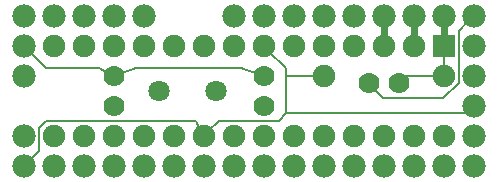
<source format=gbl>
G04 MADE WITH FRITZING*
G04 WWW.FRITZING.ORG*
G04 DOUBLE SIDED*
G04 HOLES PLATED*
G04 CONTOUR ON CENTER OF CONTOUR VECTOR*
%ASAXBY*%
%FSLAX23Y23*%
%MOIN*%
%OFA0B0*%
%SFA1.0B1.0*%
%ADD10C,0.078000*%
%ADD11C,0.075000*%
%ADD12C,0.070925*%
%ADD13C,0.070866*%
%ADD14C,0.070000*%
%ADD15R,0.075000X0.075000*%
%ADD16C,0.024000*%
%ADD17C,0.008000*%
%LNCOPPER0*%
G90*
G70*
G54D10*
X1456Y557D03*
X1356Y557D03*
X1256Y557D03*
X1156Y557D03*
X1056Y557D03*
X956Y557D03*
X856Y557D03*
X756Y557D03*
X456Y557D03*
X356Y557D03*
X256Y557D03*
X156Y557D03*
G54D11*
X1456Y457D03*
X1456Y157D03*
X1356Y457D03*
X1356Y157D03*
X1256Y457D03*
X1256Y157D03*
X1156Y457D03*
X1156Y157D03*
X1056Y457D03*
X1056Y157D03*
X956Y457D03*
X956Y157D03*
X856Y457D03*
X856Y157D03*
X756Y457D03*
X756Y157D03*
X656Y457D03*
X656Y157D03*
X556Y457D03*
X556Y157D03*
X456Y457D03*
X456Y157D03*
X356Y457D03*
X356Y157D03*
X256Y457D03*
X256Y157D03*
X156Y457D03*
X156Y157D03*
G54D12*
X699Y307D03*
G54D13*
X506Y307D03*
G54D14*
X856Y357D03*
X856Y257D03*
X356Y357D03*
X356Y257D03*
G54D11*
X1056Y357D03*
X1456Y357D03*
G54D10*
X56Y157D03*
X56Y57D03*
X56Y557D03*
X56Y457D03*
X56Y357D03*
X1556Y557D03*
X1556Y457D03*
X1556Y357D03*
X1556Y257D03*
X1556Y157D03*
X1556Y57D03*
X1456Y57D03*
X1356Y57D03*
X1256Y57D03*
X1156Y57D03*
X1056Y57D03*
X956Y57D03*
X856Y57D03*
X756Y57D03*
X656Y57D03*
X556Y57D03*
X456Y57D03*
X356Y57D03*
X256Y57D03*
X156Y57D03*
G54D14*
X1206Y332D03*
X1306Y332D03*
G54D15*
X1456Y457D03*
G54D16*
X1256Y486D02*
X1256Y527D01*
D02*
X1356Y486D02*
X1356Y527D01*
D02*
X1456Y486D02*
X1456Y527D01*
G54D17*
D02*
X781Y383D02*
X430Y383D01*
D02*
X430Y383D02*
X375Y364D01*
D02*
X836Y364D02*
X781Y383D01*
D02*
X930Y383D02*
X930Y357D01*
D02*
X906Y207D02*
X706Y207D01*
D02*
X706Y207D02*
X672Y174D01*
D02*
X930Y232D02*
X906Y207D01*
D02*
X930Y357D02*
X930Y232D01*
D02*
X872Y441D02*
X930Y383D01*
D02*
X930Y357D02*
X1033Y357D01*
D02*
X1456Y380D02*
X1456Y434D01*
D02*
X106Y107D02*
X73Y75D01*
D02*
X106Y183D02*
X106Y107D01*
D02*
X130Y207D02*
X106Y183D01*
D02*
X630Y207D02*
X130Y207D01*
D02*
X645Y178D02*
X630Y207D01*
D02*
X130Y383D02*
X73Y440D01*
D02*
X306Y383D02*
X130Y383D01*
D02*
X337Y367D02*
X306Y383D01*
D02*
X1330Y357D02*
X1320Y347D01*
D02*
X1433Y357D02*
X1330Y357D01*
D02*
X1506Y507D02*
X1538Y540D01*
D02*
X1506Y332D02*
X1506Y507D01*
D02*
X1455Y283D02*
X1506Y332D01*
D02*
X1255Y283D02*
X1455Y283D01*
D02*
X1220Y318D02*
X1255Y283D01*
D02*
X1530Y232D02*
X1538Y240D01*
D02*
X930Y232D02*
X1530Y232D01*
G04 End of Copper0*
M02*
</source>
